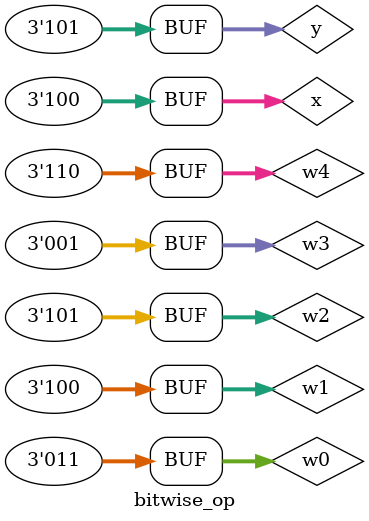
<source format=v>
`timescale 1ns / 1ps


module bitwise_op;
reg [2:0] x = 3'b100, y = 3'b101;
  wire [2:0] w0, w1, w2, w3, w4;
  assign w0 = ~x;
  assign w1 = x & y;
  assign w2 = x | y;
  assign w3 = x ^ y;
  assign w4 = x ^~ y;
  initial $monitor("~x=%b, x&y=%b, x|y=%b, x^y=%b, x^~y=%b",w0, w1, w2, w3, w4);
endmodule


</source>
